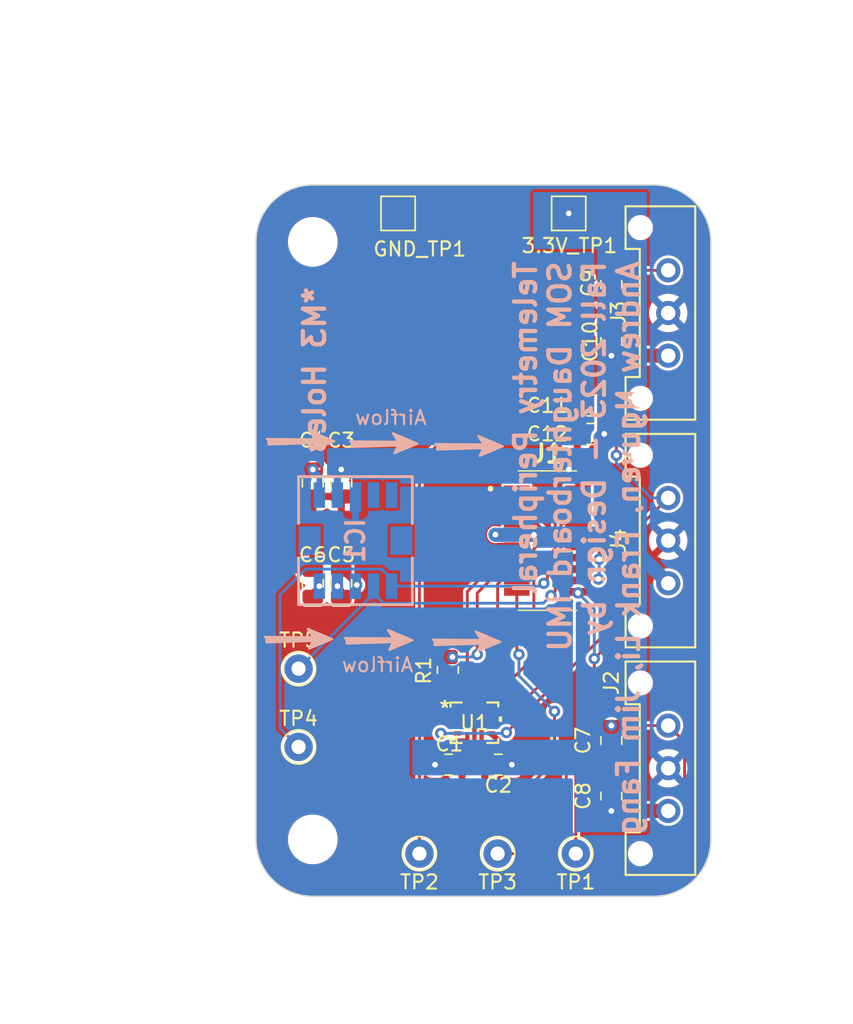
<source format=kicad_pcb>
(kicad_pcb (version 20221018) (generator pcbnew)
  (layers (0 "F.Cu" signal) (31 "B.Cu" signal) (34 "B.Paste" user) (35 "F.Paste" user) (36 "B.SilkS" user "B.Silkscreen") (37 "F.SilkS" user "F.Silkscreen") (38 "B.Mask" user) (39 "F.Mask" user) (44 "Edge.Cuts" user))
  (net 0 "")
  (net 1 "/SPI2_MOSI")
  (net 2 "+3.3V")
  (net 3 "/SPI2_MISO")
  (net 4 "GND")
  (net 5 "/SPI2_SCK")
  (net 6 "/I2C2_SDA")
  (net 7 "/SPI2_NSS")
  (net 8 "/I2C2_SCL")
  (net 9 "VDDA")
  (net 10 "GNDA")
  (net 11 "/SPI1_SCK")
  (net 12 "/I2C1_SCL")
  (net 13 "/SPI1_MISO")
  (net 14 "/I2C1_SDA")
  (net 15 "/SPI1_MOSI")
  (net 16 "+5V")
  (net 17 "/SPI1_NSS")
  (net 18 "GNDPWR")
  (net 25 "Net-(U1-SDO{slash}SA0)")
  (net 26 "Net-(IC1-VREG)")
  (net 27 "Net-(IC1-VCM)")
  (net 28 "Net-(IC1-TP2)")
  (net 29 "Net-(IC1-TP1)")
  (footprint "Capacitor_SMD:C_0805_2012Metric" (layer "F.Cu") (at 171 77 90)
    (fp_text reference "C10" (at 0 -1.5 90) (layer "F.SilkS"))
    (fp_text value "0.1u")
    (fp_line (start -0.261252 -0.735) (end 0.261252 -0.735) (stroke (width 0.12)) (layer "F.SilkS"))
    (fp_line (start -0.261252 0.735) (end 0.261252 0.735) (stroke (width 0.12)) (layer "F.SilkS"))
    (pad "1" smd roundrect (at -0.95 0 90) (size 1 1.45) (layers "F.Cu" "F.Paste" "F.Mask") (net 2 "+3.3V"))
    (pad "2" smd roundrect (at 0.95 0 90) (size 1 1.45) (layers "F.Cu" "F.Paste" "F.Mask") (net 4 "GND"))
  )
  (footprint "Capacitor_SMD:C_0805_2012Metric" (layer "F.Cu") (at 159.55 106.75)
    (fp_text reference "C1" (at 0.05 -1.450301) (layer "F.SilkS"))
    (fp_text value "0.1u")
    (fp_line (start -0.261252 -0.735) (end 0.261252 -0.735) (stroke (width 0.12)) (layer "F.SilkS"))
    (fp_line (start -0.261252 0.735) (end 0.261252 0.735) (stroke (width 0.12)) (layer "F.SilkS"))
    (pad "1" smd roundrect (at -0.95 0) (size 1 1.45) (layers "F.Cu" "F.Paste" "F.Mask") (net 2 "+3.3V"))
    (pad "2" smd roundrect (at 0.95 0) (size 1 1.45) (layers "F.Cu" "F.Paste" "F.Mask") (net 4 "GND"))
  )
  (footprint "Capacitor_SMD:C_0805_2012Metric" (layer "F.Cu") (at 171 108.95 90)
    (fp_text reference "C8" (at 0 -2 90) (layer "F.SilkS"))
    (fp_text value "0.1u")
    (fp_line (start -0.261252 -0.735) (end 0.261252 -0.735) (stroke (width 0.12)) (layer "F.SilkS"))
    (fp_line (start -0.261252 0.735) (end 0.261252 0.735) (stroke (width 0.12)) (layer "F.SilkS"))
    (pad "1" smd roundrect (at -0.95 0 90) (size 1 1.45) (layers "F.Cu" "F.Paste" "F.Mask") (net 2 "+3.3V"))
    (pad "2" smd roundrect (at 0.95 0 90) (size 1 1.45) (layers "F.Cu" "F.Paste" "F.Mask") (net 4 "GND"))
  )
  (footprint "Capacitor_SMD:C_0805_2012Metric" (layer "F.Cu") (at 150 94 90)
    (fp_text reference "C6" (at 2 0 180) (layer "F.SilkS"))
    (fp_text value "1u")
    (fp_line (start -0.261252 -0.735) (end 0.261252 -0.735) (stroke (width 0.12)) (layer "F.SilkS"))
    (fp_line (start -0.261252 0.735) (end 0.261252 0.735) (stroke (width 0.12)) (layer "F.SilkS"))
    (pad "1" smd roundrect (at -0.95 0 90) (size 1 1.45) (layers "F.Cu" "F.Paste" "F.Mask") (net 27 "Net-(IC1-VCM)"))
    (pad "2" smd roundrect (at 0.95 0 90) (size 1 1.45) (layers "F.Cu" "F.Paste" "F.Mask") (net 4 "GND"))
  )
  (footprint "Capacitor_SMD:C_0805_2012Metric" (layer "F.Cu") (at 169.55 83.5 180)
    (fp_text reference "C12" (at 3.05 0 180) (layer "F.SilkS"))
    (fp_text value "0.1u")
    (fp_line (start -0.261252 -0.735) (end 0.261252 -0.735) (stroke (width 0.12)) (layer "F.SilkS"))
    (fp_line (start -0.261252 0.735) (end 0.261252 0.735) (stroke (width 0.12)) (layer "F.SilkS"))
    (pad "1" smd roundrect (at -0.95 0 180) (size 1 1.45) (layers "F.Cu" "F.Paste" "F.Mask") (net 2 "+3.3V"))
    (pad "2" smd roundrect (at 0.95 0 180) (size 1 1.45) (layers "F.Cu" "F.Paste" "F.Mask") (net 4 "GND"))
  )
  (footprint "TestPoint:TestPoint_THTPad_D2.0mm_Drill1.0mm" (layer "F.Cu") (at 149 105.5)
    (fp_text reference "TP4" (at 0 -1.998) (layer "F.SilkS"))
    (fp_text value "TestPoint")
    (fp_circle (center 0 0) (end 0 1.2) (stroke (width 0.12)) (fill none) (layer "F.SilkS"))
    (pad "1" thru_hole circle (at 0 0) (size 2 2) (drill 1) (layers "*.Cu" "*.Mask") (net 6 "/I2C2_SDA"))
  )
  (footprint "UTSVT_Connectors:Molex_53307-2071" (layer "F.Cu") (at 166.5 91 90)
    (fp_text reference "J1" (at 6.1 0 180) (layer "F.SilkS") (effects (font (size 1.27 1.27) (thickness 0.254))))
    (fp_text value "Conn_02x10_Odd_Even" hide)
    (fp_line (start -4.9 -2.05) (end -4.9 2.05) (stroke (width 0.1)) (layer "F.SilkS"))
    (fp_line (start 3.6 -4) (end 3.6 -4) (stroke (width 0.3)) (layer "F.SilkS"))
    (fp_line (start 3.7 -4) (end 3.7 -4) (stroke (width 0.3)) (layer "F.SilkS"))
    (fp_line (start 4.9 -2.05) (end 4.9 2.05) (stroke (width 0.1)) (layer "F.SilkS"))
    (fp_arc (start 3.6 -4) (mid 3.65 -4.05) (end 3.7 -4) (stroke (width 0.3)) (layer "F.SilkS"))
    (fp_arc (start 3.7 -4) (mid 3.65 -3.95) (end 3.6 -4) (stroke (width 0.3)) (layer "F.SilkS"))
    (pad "1" smd rect locked (at 3.6 -2.15 90) (size 0.55 1.8) (layers "F.Cu" "F.Paste" "F.Mask") (net 1 "/SPI2_MOSI"))
    (pad "2" smd rect locked (at 3.6 2.15 90) (size 0.55 1.8) (layers "F.Cu" "F.Paste" "F.Mask") (net 2 "+3.3V"))
    (pad "3" smd rect locked (at 2.8 -2.15 90) (size 0.55 1.8) (layers "F.Cu" "F.Paste" "F.Mask") (net 3 "/SPI2_MISO"))
    (pad "4" smd rect locked (at 2.8 2.15 90) (size 0.55 1.8) (layers "F.Cu" "F.Paste" "F.Mask") (net 4 "GND"))
    (pad "5" smd rect locked (at 2 -2.15 90) (size 0.55 1.8) (layers "F.Cu" "F.Paste" "F.Mask") (net 5 "/SPI2_SCK"))
    (pad "6" smd rect locked (at 2 2.15 90) (size 0.55 1.8) (layers "F.Cu" "F.Paste" "F.Mask") (net 6 "/I2C2_SDA"))
    (pad "7" smd rect locked (at 1.2 -2.15 90) (size 0.55 1.8) (layers "F.Cu" "F.Paste" "F.Mask") (net 7 "/SPI2_NSS"))
    (pad "8" smd rect locked (at 1.2 2.15 90) (size 0.55 1.8) (layers "F.Cu" "F.Paste" "F.Mask") (net 8 "/I2C2_SCL"))
    (pad "9" smd rect locked (at 0.4 -2.15 90) (size 0.55 1.8) (layers "F.Cu" "F.Paste" "F.Mask") (net 2 "+3.3V"))
    (pad "10" smd rect locked (at 0.4 2.15 90) (size 0.55 1.8) (layers "F.Cu" "F.Paste" "F.Mask") (net 9 "VDDA"))
    (pad "11" smd rect locked (at -0.4 -2.15 90) (size 0.55 1.8) (layers "F.Cu" "F.Paste" "F.Mask") (net 4 "GND"))
    (pad "12" smd rect locked (at -0.4 2.15 90) (size 0.55 1.8) (layers "F.Cu" "F.Paste" "F.Mask") (net 10 "GNDA"))
    (pad "13" smd rect locked (at -1.2 -2.15 90) (size 0.55 1.8) (layers "F.Cu" "F.Paste" "F.Mask") (net 11 "/SPI1_SCK"))
    (pad "14" smd rect locked (at -1.2 2.15 90) (size 0.55 1.8) (layers "F.Cu" "F.Paste" "F.Mask") (net 12 "/I2C1_SCL"))
    (pad "15" smd rect locked (at -2 -2.15 90) (size 0.55 1.8) (layers "F.Cu" "F.Paste" "F.Mask") (net 13 "/SPI1_MISO"))
    (pad "16" smd rect locked (at -2 2.15 90) (size 0.55 1.8) (layers "F.Cu" "F.Paste" "F.Mask") (net 14 "/I2C1_SDA"))
    (pad "17" smd rect locked (at -2.8 -2.15 90) (size 0.55 1.8) (layers "F.Cu" "F.Paste" "F.Mask") (net 15 "/SPI1_MOSI"))
    (pad "18" smd rect locked (at -2.8 2.15 90) (size 0.55 1.8) (layers "F.Cu" "F.Paste" "F.Mask") (net 16 "+5V"))
    (pad "19" smd rect locked (at -3.6 -2.15 90) (size 0.55 1.8) (layers "F.Cu" "F.Paste" "F.Mask") (net 17 "/SPI1_NSS"))
    (pad "20" smd rect locked (at -3.6 2.15 90) (size 0.55 1.8) (layers "F.Cu" "F.Paste" "F.Mask") (net 18 "GNDPWR"))
  )
  (footprint "UTSVT_Connectors:Molex_MicroFit3.0_1x3xP3.00mm_PolarizingPeg_Vertical" (layer "F.Cu") (at 175 94 90)
    (fp_text reference "J4" (at 3 -3.5 90) (layer "F.SilkS"))
    (fp_text value "Conn_01x03_Pin")
    (fp_line (start -4.5 -3) (end -1.5 -3) (stroke (width 0.15)) (layer "F.SilkS"))
    (fp_line (start -4.5 1.9) (end -4.5 -3) (stroke (width 0.15)) (layer "F.SilkS"))
    (fp_line (start -1.5 -3) (end -1.5 -2) (stroke (width 0.15)) (layer "F.SilkS"))
    (fp_line (start -1.5 -2) (end 7.5 -2) (stroke (width 0.15)) (layer "F.SilkS"))
    (fp_line (start 7.5 -3) (end 10.5 -3) (stroke (width 0.15)) (layer "F.SilkS"))
    (fp_line (start 7.5 -2) (end 7.5 -3) (stroke (width 0.15)) (layer "F.SilkS"))
    (fp_line (start 10.5 -3) (end 10.5 1.9) (stroke (width 0.15)) (layer "F.SilkS"))
    (fp_line (start 10.5 1.9) (end -4.5 1.9) (stroke (width 0.15)) (layer "F.SilkS"))
    (pad "" np_thru_hole circle (at -3 -1.96 90) (size 1.27 1.27) (drill 1.27) (layers "*.Cu" "*.Mask"))
    (pad "" np_thru_hole circle (at 9 -1.96 90) (size 1.27 1.27) (drill 1.27) (layers "*.Cu" "*.Mask"))
    (pad "1" thru_hole circle (at 0 0 90) (size 1.7 1.7) (drill 1.02) (layers "*.Cu" "*.Mask") (net 2 "+3.3V"))
    (pad "2" thru_hole circle (at 3 0 90) (size 1.7 1.7) (drill 1.02) (layers "*.Cu" "*.Mask") (net 4 "GND"))
    (pad "3" thru_hole circle (at 6 0 90) (size 1.7 1.7) (drill 1.02) (layers "*.Cu" "*.Mask") (net 18 "GNDPWR"))
  )
  (footprint "Capacitor_SMD:C_0805_2012Metric" (layer "F.Cu") (at 169.55 81.5 180)
    (fp_text reference "C11" (at 3.05 0) (layer "F.SilkS"))
    (fp_text value "10n")
    (fp_line (start -0.261252 -0.735) (end 0.261252 -0.735) (stroke (width 0.12)) (layer "F.SilkS"))
    (fp_line (start -0.261252 0.735) (end 0.261252 0.735) (stroke (width 0.12)) (layer "F.SilkS"))
    (pad "1" smd roundrect (at -0.95 0 180) (size 1 1.45) (layers "F.Cu" "F.Paste" "F.Mask") (net 18 "GNDPWR"))
    (pad "2" smd roundrect (at 0.95 0 180) (size 1 1.45) (layers "F.Cu" "F.Paste" "F.Mask") (net 4 "GND"))
  )
  (footprint "Capacitor_SMD:C_0805_2012Metric" (layer "F.Cu") (at 152 94 -90)
    (fp_text reference "C5" (at -2 0 -180) (layer "F.SilkS"))
    (fp_text value "0.1u")
    (fp_line (start -0.261252 -0.735) (end 0.261252 -0.735) (stroke (width 0.12)) (layer "F.SilkS"))
    (fp_line (start -0.261252 0.735) (end 0.261252 0.735) (stroke (width 0.12)) (layer "F.SilkS"))
    (pad "1" smd roundrect (at -0.95 0 270) (size 1 1.45) (layers "F.Cu" "F.Paste" "F.Mask") (net 29 "Net-(IC1-TP1)"))
    (pad "2" smd roundrect (at 0.95 0 270) (size 1 1.45) (layers "F.Cu" "F.Paste" "F.Mask") (net 28 "Net-(IC1-TP2)"))
  )
  (footprint "UTSVT_Connectors:Molex_MicroFit3.0_1x3xP3.00mm_PolarizingPeg_Vertical" (layer "F.Cu") (at 175 78 90)
    (fp_text reference "J3" (at 3 -3.5 90) (layer "F.SilkS"))
    (fp_text value "Conn_01x03_Pin")
    (fp_line (start -4.5 -3) (end -1.5 -3) (stroke (width 0.15)) (layer "F.SilkS"))
    (fp_line (start -4.5 1.9) (end -4.5 -3) (stroke (width 0.15)) (layer "F.SilkS"))
    (fp_line (start -1.5 -3) (end -1.5 -2) (stroke (width 0.15)) (layer "F.SilkS"))
    (fp_line (start -1.5 -2) (end 7.5 -2) (stroke (width 0.15)) (layer "F.SilkS"))
    (fp_line (start 7.5 -3) (end 10.5 -3) (stroke (width 0.15)) (layer "F.SilkS"))
    (fp_line (start 7.5 -2) (end 7.5 -3) (stroke (width 0.15)) (layer "F.SilkS"))
    (fp_line (start 10.5 -3) (end 10.5 1.9) (stroke (width 0.15)) (layer "F.SilkS"))
    (fp_line (start 10.5 1.9) (end -4.5 1.9) (stroke (width 0.15)) (layer "F.SilkS"))
    (pad "" np_thru_hole circle (at -3 -1.96 90) (size 1.27 1.27) (drill 1.27) (layers "*.Cu" "*.Mask"))
    (pad "" np_thru_hole circle (at 9 -1.96 90) (size 1.27 1.27) (drill 1.27) (layers "*.Cu" "*.Mask"))
    (pad "1" thru_hole circle (at 0 0 90) (size 1.7 1.7) (drill 1.02) (layers "*.Cu" "*.Mask") (net 2 "+3.3V"))
    (pad "2" thru_hole circle (at 3 0 90) (size 1.7 1.7) (drill 1.02) (layers "*.Cu" "*.Mask") (net 4 "GND"))
    (pad "3" thru_hole circle (at 6 0 90) (size 1.7 1.7) (drill 1.02) (layers "*.Cu" "*.Mask") (net 16 "+5V"))
  )
  (footprint "TestPoint:TestPoint_THTPad_D2.0mm_Drill1.0mm" (layer "F.Cu") (at 168.5 113)
    (fp_text reference "TP1" (at 0 2) (layer "F.SilkS"))
    (fp_text value "TestPoint")
    (fp_circle (center 0 0) (end 0 1.2) (stroke (width 0.12)) (fill none) (layer "F.SilkS"))
    (pad "1" thru_hole circle (at 0 0) (size 2 2) (drill 1) (layers "*.Cu" "*.Mask") (net 17 "/SPI1_NSS"))
  )
  (footprint "Capacitor_SMD:C_0805_2012Metric" (layer "F.Cu") (at 150 86.95 -90)
    (fp_text reference "C4" (at -3 0 -180) (layer "F.SilkS"))
    (fp_text value "0.1u")
    (fp_line (start -0.261252 -0.735) (end 0.261252 -0.735) (stroke (width 0.12)) (layer "F.SilkS"))
    (fp_line (start -0.261252 0.735) (end 0.261252 0.735) (stroke (width 0.12)) (layer "F.SilkS"))
    (pad "1" smd roundrect (at -0.95 0 270) (size 1 1.45) (layers "F.Cu" "F.Paste" "F.Mask") (net 26 "Net-(IC1-VREG)"))
    (pad "2" smd roundrect (at 0.95 0 270) (size 1 1.45) (layers "F.Cu" "F.Paste" "F.Mask") (net 4 "GND"))
  )
  (footprint "Capacitor_SMD:C_0805_2012Metric" (layer "F.Cu") (at 152 86.95 -90)
    (fp_text reference "C3" (at -3 0 -180) (layer "F.SilkS"))
    (fp_text value "0.1u")
    (fp_line (start -0.261252 -0.735) (end 0.261252 -0.735) (stroke (width 0.12)) (layer "F.SilkS"))
    (fp_line (start -0.261252 0.735) (end 0.261252 0.735) (stroke (width 0.12)) (layer "F.SilkS"))
    (pad "1" smd roundrect (at -0.95 0 270) (size 1 1.45) (layers "F.Cu" "F.Paste" "F.Mask") (net 2 "+3.3V"))
    (pad "2" smd roundrect (at 0.95 0 270) (size 1 1.45) (layers "F.Cu" "F.Paste" "F.Mask") (net 4 "GND"))
  )
  (footprint "TestPoint:TestPoint_Pad_2.0x2.0mm" (layer "F.Cu") (at 168 68)
    (fp_text reference "3.3V_TP1" (at 0.05 2.27) (layer "F.SilkS"))
    (fp_text value "TestPoint")
    (fp_line (start -1.2 -1.2) (end 1.2 -1.2) (stroke (width 0.12)) (layer "F.SilkS"))
    (fp_line (start -1.2 1.2) (end -1.2 -1.2) (stroke (width 0.12)) (layer "F.SilkS"))
    (fp_line (start 1.2 -1.2) (end 1.2 1.2) (stroke (width 0.12)) (layer "F.SilkS"))
    (fp_line (start 1.2 1.2) (end -1.2 1.2) (stroke (width 0.12)) (layer "F.SilkS"))
    (pad "1" smd rect (at 0 0) (size 2 2) (layers "F.Cu" "F.Mask") (net 2 "+3.3V"))
  )
  (footprint "TestPoint:TestPoint_THTPad_D2.0mm_Drill1.0mm" (layer "F.Cu") (at 157.5 113)
    (fp_text reference "TP2" (at 0 2) (layer "F.SilkS"))
    (fp_text value "TestPoint")
    (fp_circle (center 0 0) (end 0 1.2) (stroke (width 0.12)) (fill none) (layer "F.SilkS"))
    (pad "1" thru_hole circle (at 0 0) (size 2 2) (drill 1) (layers "*.Cu" "*.Mask") (net 16 "+5V"))
  )
  (footprint "Resistor_SMD:R_0805_2012Metric" (layer "F.Cu") (at 159.5 100.0875 -90)
    (fp_text reference "R1" (at 0.05 1.7 90) (layer "F.SilkS"))
    (fp_text value "50")
    (fp_line (start -0.227064 -0.735) (end 0.227064 -0.735) (stroke (width 0.12)) (layer "F.SilkS"))
    (fp_line (start -0.227064 0.735) (end 0.227064 0.735) (stroke (width 0.12)) (layer "F.SilkS"))
    (pad "1" smd roundrect (at -0.9125 0 270) (size 1.025 1.4) (layers "F.Cu" "F.Paste" "F.Mask") (roundrect_rratio 0.243902) (net 13 "/SPI1_MISO"))
    (pad "2" smd roundrect (at 0.9125 0 270) (size 1.025 1.4) (layers "F.Cu" "F.Paste" "F.Mask") (roundrect_rratio 0.243902) (net 25 "Net-(U1-SDO{slash}SA0)"))
  )
  (footprint "Capacitor_SMD:C_0805_2012Metric" (layer "F.Cu") (at 171 105.05 -90)
    (fp_text reference "C7" (at 0 2 90) (layer "F.SilkS"))
    (fp_text value "10n")
    (fp_line (start -0.261252 -0.735) (end 0.261252 -0.735) (stroke (width 0.12)) (layer "F.SilkS"))
    (fp_line (start -0.261252 0.735) (end 0.261252 0.735) (stroke (width 0.12)) (layer "F.SilkS"))
    (pad "1" smd roundrect (at -0.95 0 270) (size 1 1.45) (layers "F.Cu" "F.Paste" "F.Mask") (net 17 "/SPI1_NSS"))
    (pad "2" smd roundrect (at 0.95 0 270) (size 1 1.45) (layers "F.Cu" "F.Paste" "F.Mask") (net 4 "GND"))
  )
  (footprint "UTSVT_Special:LGA14-L_2P59X3P1X0P5_STM" (layer "F.Cu") (at 161.3686 103.799699)
    (fp_text reference "U1" (at 0 0 unlocked) (layer "F.SilkS"))
    (fp_text value "LSM6DSV")
    (fp_text user "*" (at -2.0828 -1) (layer "F.SilkS"))
    (fp_text user "*" (at -2.0828 -1 unlocked) (layer "F.SilkS"))
    (fp_line (start -1.6764 -1.4224) (end -1.6764 -1.144182) (stroke (width 0.1524)) (layer "F.SilkS"))
    (fp_line (start -1.6764 1.144182) (end -1.6764 1.4224) (stroke (width 0.1524)) (layer "F.SilkS"))
    (fp_line (start -1.6764 1.4224) (end -0.89418 1.4224) (stroke (width 0.1524)) (layer "F.SilkS"))
    (fp_line (start -0.89418 -1.4224) (end -1.6764 -1.4224) (stroke (width 0.1524)) (layer "F.SilkS"))
    (fp_line (start 0.89418 1.4224) (end 1.6764 1.4224) (stroke (width 0.1524)) (layer "F.SilkS"))
    (fp_line (start 1.6764 -1.4224) (end 0.89418 -1.4224) (stroke (width 0.1524)) (layer "F.SilkS"))
    (fp_line (start 1.6764 -1.144182) (end 1.6764 -1.4224) (stroke (width 0.1524)) (layer "F.SilkS"))
    (fp_line (start 1.6764 1.4224) (end 1.6764 1.144182) (stroke (width 0.1524)) (layer "F.SilkS"))
    (fp_poly (pts (xy 1.9558 -0.4405) (xy 1.9558 -0.059499) (xy 1.7018 -0.059499) (xy 1.7018 -0.4405)) (fill solid) (layer "F.SilkS"))
    (pad "1" smd rect (at -1.1811 -0.750001 90) (size 0.3048 0.5334) (layers "F.Cu" "F.Paste" "F.Mask") (net 25 "Net-(U1-SDO{slash}SA0)"))
    (pad "2" smd rect (at -1.1811 -0.25 90) (size 0.3048 0.5334) (layers "F.Cu" "F.Paste" "F.Mask") (net 4 "GND"))
    (pad "3" smd rect (at -1.1811 0.25 90) (size 0.3048 0.5334) (layers "F.Cu" "F.Paste" "F.Mask") (net 4 "GND"))
    (pad "4" smd rect (at -1.1811 0.750001 90) (size 0.3048 0.5334) (layers "F.Cu" "F.Paste" "F.Mask") (net 14 "/I2C1_SDA"))
    (pad "5" smd rect (at -0.499999 0.9271) (size 0.3048 0.5334) (layers "F.Cu" "F.Paste" "F.Mask") (net 2 "+3.3V"))
    (pad "6" smd rect (at 0 0.9271) (size 0.3048 0.5334) (layers "F.Cu" "F.Paste" "F.Mask") (net 4 "GND"))
    (pad "7" smd rect (at 0.499999 0.9271) (size 0.3048 0.5334) (layers "F.Cu" "F.Paste" "F.Mask") (net 4 "GND"))
    (pad "8" smd rect (at 1.1811 0.750001 90) (size 0.3048 0.5334) (layers "F.Cu" "F.Paste" "F.Mask") (net 2 "+3.3V"))
    (pad "9" smd rect (at 1.1811 0.25 90) (size 0.3048 0.5334) (layers "F.Cu" "F.Paste" "F.Mask") (net 12 "/I2C1_SCL"))
    (pad "10" smd rect (at 1.1811 -0.25 90) (size 0.3048 0.5334) (layers "F.Cu" "F.Paste" "F.Mask"))
    (pad "11" smd rect (at 1.1811 -0.750001 90) (size 0.3048 0.5334) (layers "F.Cu" "F.Paste" "F.Mask"))
    (pad "12" smd rect (at 0.499999 -0.9271) (size 0.3048 0.5334) (layers "F.Cu" "F.Paste" "F.Mask") (net 7 "/SPI2_NSS"))
    (pad "13" smd rect (at 0 -0.9271) (size 0.3048 0.5334) (layers "F.Cu" "F.Paste" "F.Mask") (net 15 "/SPI1_MOSI"))
    (pad "14" smd rect (at -0.499999 -0.9271) (size 0.3048 0.5334) (layers "F.Cu" "F.Paste" "F.Mask") (net 11 "/SPI1_SCK"))
  )
  (footprint "Capacitor_SMD:C_0805_2012Metric" (layer "F.Cu") (at 171 73 -90)
    (fp_text reference "C9" (at -0.1 1.6 90) (layer "F.SilkS"))
    (fp_text value "10n")
    (fp_line (start -0.261252 -0.735) (end 0.261252 -0.735) (stroke (width 0.12)) (layer "F.SilkS"))
    (fp_line (start -0.261252 0.735) (end 0.261252 0.735) (stroke (width 0.12)) (layer "F.SilkS"))
    (pad "1" smd roundrect (at -0.95 0 270) (size 1 1.45) (layers "F.Cu" "F.Paste" "F.Mask") (net 16 "+5V"))
    (pad "2" smd roundrect (at 0.95 0 270) (size 1 1.45) (layers "F.Cu" "F.Paste" "F.Mask") (net 4 "GND"))
  )
  (footprint "TestPoint:TestPoint_THTPad_D2.0mm_Drill1.0mm" (layer "F.Cu") (at 163 113)
    (fp_text reference "TP3" (at 0 2) (layer "F.SilkS"))
    (fp_text value "TestPoint")
    (fp_circle (center 0 0) (end 0 1.2) (stroke (width 0.12)) (fill none) (layer "F.SilkS"))
    (pad "1" thru_hole circle (at 0 0) (size 2 2) (drill 1) (layers "*.Cu" "*.Mask") (net 18 "GNDPWR"))
  )
  (footprint "MountingHole:MountingHole_3mm" (layer "F.Cu") (at 150 112)
    (fp_text reference "MH2" hide)
    (fp_text value "M.3")
    (pad "" np_thru_hole circle locked (at 0 0) (size 3 3) (drill 3) (layers "*.Cu" "*.Mask"))
  )
  (footprint "Capacitor_SMD:C_0805_2012Metric" (layer "F.Cu") (at 163.05 106.75 180)
    (fp_text reference "C2" (at 0 -1.450301 180) (layer "F.SilkS"))
    (fp_text value "0.1u")
    (fp_line (start -0.261252 -0.735) (end 0.261252 -0.735) (stroke (width 0.12)) (layer "F.SilkS"))
    (fp_line (start -0.261252 0.735) (end 0.261252 0.735) (stroke (width 0.12)) (layer "F.SilkS"))
    (pad "1" smd roundrect (at -0.95 0 180) (size 1 1.45) (layers "F.Cu" "F.Paste" "F.Mask") (net 2 "+3.3V"))
    (pad "2" smd roundrect (at 0.95 0 180) (size 1 1.45) (layers "F.Cu" "F.Paste" "F.Mask") (net 4 "GND"))
  )
  (footprint "TestPoint:TestPoint_THTPad_D2.0mm_Drill1.0mm" (layer "F.Cu") (at 149 100)
    (fp_text reference "TP5" (at 0 -1.998) (layer "F.SilkS"))
    (fp_text value "TestPoint")
    (fp_circle (center 0 0) (end 0 1.2) (stroke (width 0.12)) (fill none) (layer "F.SilkS"))
    (pad "1" thru_hole circle (at 0 0) (size 2 2) (drill 1) (layers "*.Cu" "*.Mask") (net 8 "/I2C2_SCL"))
  )
  (footprint "MountingHole:MountingHole_3mm" (layer "F.Cu") (at 150 70)
    (fp_text reference "MH1" hide)
    (fp_text value "M.3")
    (pad "" np_thru_hole circle locked (at 0 0) (size 3 3) (drill 3) (layers "*.Cu" "*.Mask"))
  )
  (footprint "TestPoint:TestPoint_Pad_2.0x2.0mm" (layer "F.Cu") (at 156 68)
    (fp_text reference "GND_TP1" (at 1.52 2.51) (layer "F.SilkS"))
    (fp_text value "TestPoint")
    (fp_line (start -1.2 -1.2) (end 1.2 -1.2) (stroke (width 0.12)) (layer "F.SilkS"))
    (fp_line (start -1.2 1.2) (end -1.2 -1.2) (stroke (width 0.12)) (layer "F.SilkS"))
    (fp_line (start 1.2 -1.2) (end 1.2 1.2) (stroke (width 0.12)) (layer "F.SilkS"))
    (fp_line (start 1.2 1.2) (end -1.2 1.2) (stroke (width 0.12)) (layer "F.SilkS"))
    (pad "1" smd rect (at 0 0) (size 2 2) (layers "F.Cu" "F.Mask") (net 4 "GND"))
  )
  (footprint "UTSVT_Connectors:Molex_MicroFit3.0_1x3xP3.00mm_PolarizingPeg_Vertical" (layer "F.Cu") (at 175 110 90)
    (fp_text reference "J2" (at 9 -4 90) (layer "F.SilkS"))
    (fp_text value "Conn_01x03_Pin")
    (fp_line (start -4.5 -3) (end -1.5 -3) (stroke (width 0.15)) (layer "F.SilkS"))
    (fp_line (start -4.5 1.9) (end -4.5 -3) (stroke (width 0.15)) (layer "F.SilkS"))
    (fp_line (start -1.5 -3) (end -1.5 -2) (stroke (width 0.15)) (layer "F.SilkS"))
    (fp_line (start -1.5 -2) (end 7.5 -2) (stroke (width 0.15)) (layer "F.SilkS"))
    (fp_line (start 7.5 -3) (end 10.5 -3) (stroke (width 0.15)) (layer "F.SilkS"))
    (fp_line (start 7.5 -2) (end 7.5 -3) (stroke (width 0.15)) (layer "F.SilkS"))
    (fp_line (start 10.5 -3) (end 10.5 1.9) (stroke (width 0.15)) (layer "F.SilkS"))
    (fp_line (start 10.5 1.9) (end -4.5 1.9) (stroke (width 0.15)) (layer "F.SilkS"))
    (pad "" np_thru_hole circle (at -3 -1.96 90) (size 1.27 1.27) (drill 1.27) (layers "*.Cu" "*.Mask"))
    (pad "" np_thru_hole circle (at 9 -1.96 90) (size 1.27 1.27) (drill 1.27) (layers "*.Cu" "*.Mask"))
    (pad "1" thru_hole circle (at 0 0 90) (size 1.7 1.7) (drill 1.02) (layers "*.Cu" "*.Mask") (net 2 "+3.3V"))
    (pad "2" thru_hole circle (at 3 0 90) (size 1.7 1.7) (drill 1.02) (layers "*.Cu" "*.Mask") (net 4 "GND"))
    (pad "3" thru_hole circle (at 6 0 90) (size 1.7 1.7) (drill 1.02) (layers "*.Cu" "*.Mask") (net 17 "/SPI1_NSS"))
  )
  (footprint "UTSVT_Special:FS30001015" (layer "B.Cu") (at 153 91 -90)
    (fp_text reference "IC1" (at 0 0 90) (layer "B.SilkS") (effects (font (size 1.27 1.27) (thickness 0.254)) (justify mirror)))
    (fp_text value "FS3000-1015" hide)
    (fp_line (start -5.1 2.54) (end -5.1 2.54) (stroke (width 0.1)) (layer "B.SilkS"))
    (fp_line (start -5 2.54) (end -5 2.54) (stroke (width 0.1)) (layer "B.SilkS"))
    (fp_line (start -4.5 -4) (end -1.2 -4) (stroke (width 0.2)) (layer "B.SilkS"))
    (fp_line (start -4.5 4) (end -4.5 -4) (stroke (width 0.2)) (layer "B.SilkS"))
    (fp_line (start -1.2 4) (end -4.5 4) (stroke (width 0.2)) (layer "B.SilkS"))
    (fp_line (start 1.2 -4) (end 4.5 -4) (stroke (width 0.2)) (layer "B.SilkS"))
    (fp_line (start 4.5 -4) (end 4.5 4) (stroke (width 0.2)) (layer "B.SilkS"))
    (fp_line (start 4.5 4) (end 1.2 4) (stroke (width 0.2)) (layer "B.SilkS"))
    (fp_arc (start -5.1 2.54) (mid -5.05 2.49) (end -5 2.54) (stroke (width 0.1)) (layer "B.SilkS"))
    (fp_arc (start -5 2.54) (mid -5.05 2.59) (end -5.1 2.54) (stroke (width 0.1)) (layer "B.SilkS"))
    (pad "1" smd rect (at -3.2 2.54 180) (size 0.8 1.8) (layers "B.Cu" "B.Paste" "B.Mask") (net 26 "Net-(IC1-VREG)"))
    (pad "2" smd rect (at -3.2 1.27 180) (size 0.8 1.8) (layers "B.Cu" "B.Paste" "B.Mask") (net 2 "+3.3V"))
    (pad "3" smd rect (at -3.05 0 180) (size 0.8 2.1) (layers "B.Cu" "B.Paste" "B.Mask") (net 4 "GND"))
    (pad "4" smd rect (at -3.2 -1.27 180) (size 0.8 1.8) (layers "B.Cu" "B.Paste" "B.Mask"))
    (pad "5" smd rect (at -3.2 -2.54 180) (size 0.8 1.8) (layers "B.Cu" "B.Paste" "B.Mask"))
    (pad "6" smd rect (at 3.2 -2.54 180) (size 0.8 1.8) (layers "B.Cu" "B.Paste" "B.Mask") (net 6 "/I2C2_SDA"))
    (pad "7" smd rect (at 3.2 -1.27 180) (size 0.8 1.8) (layers "B.Cu" "B.Paste" "B.Mask") (net 8 "/I2C2_SCL"))
    (pad "8" smd rect (at 3.2 0 180) (size 0.8 1.8) (layers "B.Cu" "B.Paste" "B.Mask") (net 29 "Net-(IC1-TP1)"))
    (pad "9" smd rect (at 3.2 1.27 180) (size 0.8 1.8) (layers "B.Cu" "B.Paste" "B.Mask") (net 28 "Net-(IC1-TP2)"))
    (pad "10" smd rect (at 3.2 2.54 180) (size 0.8 1.8) (layers "B.Cu" "B.Paste" "B.Mask") (net 27 "Net-(IC1-VCM)"))
    (pad "MP1" smd rect (at 0 3.225 180) (size 1.55 2) (layers "B.Cu" "B.Paste" "B.Mask"))
    (pad "MP2" smd rect (at 0 -3.225 180) (size 1.55 2) (layers "B.Cu" "B.Paste" "B.Mask"))
  )
  (gr_poly (pts (xy 152.262937 97.844552) (xy 155.662937 97.874552) (xy 155.282937 97.274552) (xy 157.002937 98.004552) (xy 155.382937 98.674552) (xy 155.642937 98.134552) (xy 152.392937 98.234552) (xy 152.362937 97.874552) (xy 152.272937 97.854552)) (stroke (width 0.15)) (fill solid) (layer "B.SilkS"))
  (gr_poly (pts (xy 158.62 84.21) (xy 162.02 84.24) (xy 161.64 83.64) (xy 163.36 84.37) (xy 161.74 85.04) (xy 162 84.5) (xy 158.75 84.6) (xy 158.72 84.24) (xy 158.63 84.22)) (stroke (width 0.15)) (fill solid) (layer "B.SilkS"))
  (gr_poly (pts (xy 146.62 97.764552) (xy 150.02 97.794552) (xy 149.64 97.194552) (xy 151.36 97.924552) (xy 149.74 98.594552) (xy 150 98.054552) (xy 146.75 98.154552) (xy 146.72 97.794552) (xy 146.63 97.774552)) (stroke (width 0.15)) (fill solid) (layer "B.SilkS"))
  (gr_poly (pts (xy 146.76 83.854505) (xy 150.16 83.884505) (xy 149.78 83.284505) (xy 151.5 84.014505) (xy 149.88 84.684505) (xy 150.14 84.144505) (xy 146.89 84.244505) (xy 146.86 83.884505) (xy 146.77 83.864505)) (stroke (width 0.15)) (fill solid) (layer "B.SilkS"))
  (gr_poly (pts (xy 152.62 84.024552) (xy 156.02 84.054552) (xy 155.64 83.454552) (xy 157.36 84.184552) (xy 155.74 84.854552) (xy 156 84.314552) (xy 152.75 84.414552) (xy 152.72 84.054552) (xy 152.63 84.034552)) (stroke (width 0.15)) (fill solid) (layer "B.SilkS"))
  (gr_poly (pts (xy 158.442937 97.954552) (xy 161.842937 97.984552) (xy 161.462937 97.384552) (xy 163.182937 98.114552) (xy 161.562937 98.784552) (xy 161.822937 98.244552) (xy 158.572937 98.344552) (xy 158.542937 97.984552) (xy 158.452937 97.964552)) (stroke (width 0.15)) (fill solid) (layer "B.SilkS"))
  (gr_arc (start 150 116) (mid 147.171573 114.828427) (end 146 112) (stroke (width 0.1)) (layer "Edge.Cuts"))
  (gr_arc (start 178 112) (mid 176.828427 114.828427) (end 174 116) (stroke (width 0.1)) (layer "Edge.Cuts"))
  (gr_arc (start 174 66) (mid 176.828427 67.171573) (end 178 70) (stroke (width 0.1)) (layer "Edge.Cuts"))
  (gr_arc (start 146 70) (mid 147.171573 67.171573) (end 150 66) (stroke (width 0.1)) (layer "Edge.Cuts"))
  (gr_line (start 146 112) (end 146 70) (stroke (width 0.1)) (layer "Edge.Cuts"))
  (gr_line (start 150 66) (end 174 66) (stroke (width 0.1)) (layer "Edge.Cuts"))
  (gr_line (start 178 70) (end 178 112) (stroke (width 0.1)) (layer "Edge.Cuts"))
  (gr_line (start 174 116) (end 150 116) (stroke (width 0.1)) (layer "Edge.Cuts"))
  (gr_text "*M3 Holes" (at 151 73 90) (layer "B.SilkS") (effects (font (size 1.5 1.5) (thickness 0.3) bold) (justify left bottom mirror)))
  (gr_text "Airflow" (at 157.15 100.32) (layer "B.SilkS") (effects (font (size 1 1)) (justify left bottom mirror)))
  (gr_text "Telemetry Peripheral\nSOM Daughterboard IMU\nFall 2023 - Design by\nAndrew Nguyen, Frank Li, Jim Fang" (at 173.09 71.21 90) (layer "B.SilkS") (effects (font (size 1.5 1.5) (thickness 0.3) bold) (justify left bottom mirror)))
  (gr_text "Airflow" (at 158.09 82.94) (layer "B.SilkS") (effects (font (size 1 1)) (justify left bottom mirror)))
  (segment (start 171 77.95) (end 171 77.95) (width 1) (layer "F.Cu") (net 2))
  (segment (start 175 78) (end 171.05 78) (width 1) (layer "F.Cu") (net 2))
  (segment (start 171.05 78) (end 171.05 78) (width 1) (layer "F.Cu") (net 2))
  (segment (start 164.35 90.6) (end 165.545689 90.6) (width 0.4) (layer "F.Cu") (net 2))
  (segment (start 165.545689 90.6) (end 165.553959 90.59173) (width 0.4) (layer "F.Cu") (net 2))
  (segment (start 171 110) (end 171 109.9) (width 1) (layer "F.Cu") (net 2))
  (segment (start 164.32664 90.57664) (end 164.35 90.6) (width 0.4) (layer "F.Cu") (net 2))
  (segment (start 171.05 78) (end 171 78) (width 1) (layer "F.Cu") (net 2))
  (segment (start 171 78) (end 171 77.95) (width 1) (layer "F.Cu") (net 2))
  (segment (start 160.868601 104.726799) (end 160.868601 104.887699) (width 0.2) (layer "F.Cu") (net 2))
  (segment (start 171 109.9) (end 171 109.9) (width 1) (layer "F.Cu") (net 2))
  (segment (start 164 106) (end 162.602099 104.602099) (width 0.4) (layer "F.Cu") (net 2))
  (segment (start 160.7542 105.0021) (end 160.25 105.0021) (width 0.2) (layer "F.Cu") (net 2))
  (segment (start 168 86) (end 168.65 86.65) (width 0.4) (layer "F.Cu") (net 2))
  (segment (start 162.602099 104.602099) (end 162.5497 104.602099) (width 0.4) (layer "F.Cu") (net 2))
  (segment (start 171.1 110) (end 171 110) (width 1) (layer "F.Cu") (net 2))
  (segment (start 164 106.549699) (end 164 106.75) (width 0.4) (layer "F.Cu") (net 2))
  (segment (start 175 110) (end 171.1 110) (width 1) (layer "F.Cu") (net 2))
  (segment (start 160.868601 104.887699) (end 160.7542 105.0021) (width 0.2) (layer "F.Cu") (net 2))
  (segment (start 168.65 86.65) (end 168.65 87.4) (width 0.4) (layer "F.Cu") (net 2))
  (segment (start 164 106.75) (end 164 106) (width 0.4) (layer "F.Cu") (net 2))
  (segment (start 171.1 110) (end 171.1 110) (width 1) (layer "F.Cu") (net 2))
  (segment (start 162.84679 90.57664) (end 164.32664 90.57664) (width 0.4) (layer "F.Cu") (net 2))
  (via (at 171 78) (size 0.8) (drill 0.4) (layers "F.Cu" "B.Cu") (net 2))
  (via (at 164 106.75) (size 0.8) (drill 0.4) (layers "F.Cu" "B.Cu") (net 2))
  (via (at 165.553959 90.59173) (size 0.8) (drill 0.4) (layers "F.Cu" "B.Cu") (net 2))
  (via (at 168 68) (size 0.8) (drill 0.4) (layers "F.Cu" "B.Cu") (net 2))
  (via (at 162.84679 90.57664) (size 0.8) (drill 0.4) (layers "F.Cu" "B.Cu") (net 2))
  (via (at 168 86) (size 0.8) (drill 0.4) (layers "F.Cu" "B.Cu") (net 2))
  (via (at 171 110) (size 0.8) (drill 0.4) (layers "F.Cu" "B.Cu") (net 2))
  (via (at 152 86) (size 0.8) (drill 0.4) (layers "F.Cu" "B.Cu") (net 2))
  (via (at 170.5 83.5) (size 0.8) (drill 0.4) (layers "F.Cu" "B.Cu") (net 2))
  (via (at 158.6 106.75) (size 0.8) (drill 0.4) (layers "F.Cu" "B.Cu") (net 2))
  (segment (start 175 94) (end 170.2555 89.2555) (width 1) (layer "B.Cu") (net 2))
  (segment (start 170.2555 89.2555) (end 170.2555 86) (width 1) (layer "B.Cu") (net 2))
  (segment (start 170.2555 83.7445) (end 170.5 83.5) (width 1) (layer "B.Cu") (net 2))
  (segment (start 152 86) (end 151.73 86.27) (width 0.4) (layer "B.Cu") (net 2))
  (segment (start 162.86188 90.59173) (end 162.84679 90.57664) (width 1) (layer "B.Cu") (net 2))
  (segment (start 151.73 86.27) (end 151.73 87.8) (width 0.4) (layer "B.Cu") (net 2))
  (segment (start 165.553959 90.59173) (end 162.86188 90.59173) (width 1) (layer "B.Cu") (net 2))
  (segment (start 170.2555 86) (end 170.2555 83.7445) (width 1) (layer "B.Cu") (net 2))
  (segment (start 160.5 106.549699) (end 160.5 106.5) (width 0.4) (layer "F.Cu") (net 4))
  (segment (start 167.05 91.568628) (end 167.05 89.625) (width 0.2) (layer "F.Cu") (net 6))
  (segment (start 166.5 92.118628) (end 167.05 91.568628) (width 0.2) (layer "F.Cu") (net 6))
  (segment (start 167.05 89.625) (end 167.675 89) (width 0.2) (layer "F.Cu") (net 6))
  (segment (start 167.675 89) (end 168.65 89) (width 0.2) (layer "F.Cu") (net 6))
  (segment (start 166.5 93.7495) (end 166.5 92.118628) (width 0.2) (layer "F.Cu") (net 6))
  (segment (start 166.2495 94) (end 166.5 93.7495) (width 0.2) (layer "F.Cu") (net 6))
  (via (at 166.2495 94) (size 0.8) (drill 0.4) (layers "F.Cu" "B.Cu") (net 6))
  (segment (start 149.5 93) (end 154.84 93) (width 0.2) (layer "B.Cu") (net 6))
  (segment (start 166.0495 94.2) (end 166.2495 94) (width 0.2) (layer "B.Cu") (net 6))
  (segment (start 147.7 94.8) (end 149.5 93) (width 0.2) (layer "B.Cu") (net 6))
  (segment (start 154.84 93) (end 155.54 93.7) (width 0.2) (layer "B.Cu") (net 6))
  (segment (start 155.54 94.2) (end 166.0495 94.2) (width 0.2) (layer "B.Cu") (net 6))
  (segment (start 149 105.5) (end 147.7 104.2) (width 0.2) (layer "B.Cu") (net 6))
  (segment (start 147.7 104.2) (end 147.7 94.8) (width 0.2) (layer "B.Cu") (net 6))
  (segment (start 155.54 93.7) (end 155.54 94.2) (width 0.2) (layer "B.Cu") (net 6))
  (segment (start 161.868599 102.872599) (end 165.55 99.191198) (width 0.2) (layer "F.Cu") (net 7))
  (segment (start 166.5 90.547821) (end 165.752179 89.8) (width 0.2) (layer "F.Cu") (net 7))
  (segment (start 166.5 90.635639) (end 166.5 90.547821) (width 0.2) (layer "F.Cu") (net 7))
  (segment (start 165.55 99.191198) (end 165.55 91.585639) (width 0.2) (layer "F.Cu") (net 7))
  (segment (start 165.752179 89.8) (end 164.35 89.8) (width 0.2) (layer "F.Cu") (net 7))
  (segment (start 165.55 91.585639) (end 166.5 90.635639) (width 0.2) (layer "F.Cu") (net 7))
  (segment (start 167.05 92.134314) (end 167.45 91.734314) (width 0.2) (layer "F.Cu") (net 8))
  (segment (start 167.55 89.8) (end 168.65 89.8) (width 0.2) (layer "F.Cu") (net 8))
  (segment (start 167.05 94.565486) (end 167.05 92.134314) (width 0.2) (layer "F.Cu") (net 8))
  (segment (start 167.45 89.9) (end 167.55 89.8) (width 0.2) (layer "F.Cu") (net 8))
  (segment (start 167.45 91.734314) (end 167.45 89.9) (width 0.2) (layer "F.Cu") (net 8))
  (segment (start 166.750769 94.864717) (end 167.05 94.565486) (width 0.2) (layer "F.Cu") (net 8))
  (via (at 166.750769 94.864717) (size 0.8) (drill 0.4) (layers "F.Cu" "B.Cu") (net 8))
  (segment (start 154.27 94.7) (end 154.97 95.4) (width 0.2) (layer "B.Cu") (net 8))
  (segment (start 154.97 95.4) (end 166.215486 95.4) (width 0.2) (layer "B.Cu") (net 8))
  (segment (start 149 100) (end 154.27 94.73) (width 0.2) (layer "B.Cu") (net 8))
  (segment (start 154.27 94.73) (end 154.27 94.2) (width 0.2) (layer "B.Cu") (net 8))
  (segment (start 154.27 94.2) (end 154.27 94.7) (width 0.2) (layer "B.Cu") (net 8))
  (segment (start 166.215486 95.4) (end 166.750769 94.864717) (width 0.2) (layer "B.Cu") (net 8))
  (segment (start 160.868601 94.581399) (end 163.25 92.2) (width 0.2) (layer "F.Cu") (net 11))
  (segment (start 160.868601 102.872599) (end 160.868601 94.581399) (width 0.2) (layer "F.Cu") (net 11))
  (segment (start 163.25 92.2) (end 164.35 92.2) (width 0.2) (layer "F.Cu") (net 11))
  (segment (start 162.5497 104.049699) (end 163.0688 104.049699) (width 0.2) (layer "F.Cu") (net 12))
  (segment (start 167.45 92.3) (end 167.55 92.2) (width 0.2) (layer "F.Cu") (net 12))
  (segment (start 167.45 99.668499) (end 167.45 92.3) (width 0.2) (layer "F.Cu") (net 12))
  (segment (start 163.0688 104.049699) (end 167.45 99.668499) (width 0.2) (layer "F.Cu") (net 12))
  (segment (start 167.55 92.2) (end 168.65 92.2) (width 0.2) (layer "F.Cu") (net 12))
  (segment (start 163.25 93) (end 164.35 93) (width 0.2) (layer "F.Cu") (net 13))
  (segment (start 161.568101 99) (end 161.568101 94.681899) (width 0.2) (layer "F.Cu") (net 13))
  (segment (start 159.5 99.175) (end 159.825 99.175) (width 0.2) (layer "F.Cu") (net 13))
  (segment (start 161.568101 94.681899) (end 163.25 93) (width 0.2) (layer "F.Cu") (net 13))
  (via (at 159.825 99.175) (size 0.8) (drill 0.4) (layers "F.Cu" "B.Cu") (net 13))
  (via (at 161.568101 99) (size 0.8) (drill 0.4) (layers "F.Cu" "B.Cu") (net 13))
  (segment (start 161.393101 99.175) (end 161.568101 99) (width 0.2) (layer "B.Cu") (net 13))
  (segment (start 159.825 99.175) (end 161.393101 99.175) (width 0.2) (layer "B.Cu") (net 13))
  (segment (start 163.619203 104.488539) (end 171 97.107742) (width 0.2) (layer "F.Cu") (net 14))
  (segment (start 159 104.548493) (end 159.001207 104.5497) (width 0.2) (layer "F.Cu") (net 14))
  (segment (start 171 93.5) (end 170.5 93) (width 0.2) (layer "F.Cu") (net 14))
  (segment (start 170.5 93) (end 168.65 93) (width 0.2) (layer "F.Cu") (net 14))
  (segment (start 159.001207 104.5497) (end 160.1875 104.5497) (width 0.2) (layer "F.Cu") (net 14))
  (segment (start 171 97.107742) (end 171 93.5) (width 0.2) (layer "F.Cu") (net 14))
  (via (at 163.619203 104.488539) (size 0.8) (drill 0.4) (layers "F.Cu" "B.Cu") (net 14))
  (via (at 159 104.548493) (size 0.8) (drill 0.4) (layers "F.Cu" "B.Cu") (net 14))
  (segment (start 163.559249 104.548493) (end 163.619203 104.488539) (width 0.2) (layer "B.Cu") (net 14))
  (segment (start 159 104.548493) (end 163.559249 104.548493) (width 0.2) (layer "B.Cu") (net 14))
  (segment (start 161.3686 101.6314) (end 163 100) (width 0.2) (layer "F.Cu") (net 15))
  (segment (start 163 100) (end 163 94.05) (width 0.2) (layer "F.Cu") (net 15))
  (segment (start 163.25 93.8) (end 164.35 93.8) (width 0.2) (layer "F.Cu") (net 15))
  (segment (start 161.3686 102.872599) (end 161.3686 101.6314) (width 0.2) (layer "F.Cu") (net 15))
  (segment (start 163 94.05) (end 163.25 93.8) (width 0.2) (layer "F.Cu") (net 15))
  (segment (start 166.525 76.525) (end 166.525 83.5) (width 0.2) (layer "F.Cu") (net 16))
  (segment (start 166.525 83.5) (end 170.149502 87.124502) (width 0.2) (layer "F.Cu") (net 16))
  (segment (start 168.7505 93.6995) (end 168.65 93.8) (width 0.2) (layer "F.Cu") (net 16))
  (segment (start 171.05 72) (end 175 72) (width 0.2) (layer "F.Cu") (net 16))
  (segment (start 166.525 76.525) (end 171 72.05) (width 0.2) (layer "F.Cu") (net 16))
  (segment (start 171 72.05) (end 171.05 72) (width 0.2) (layer "F.Cu") (net 16))
  (segment (start 170.149502 87.124502) (end 170.149502 92.3005) (width 0.2) (layer "F.Cu") (net 16))
  (segment (start 157.5 113) (end 157.5 85.55) (width 0.2) (layer "F.Cu") (net 16))
  (segment (start 170.08621 93.6995) (end 168.7505 93.6995) (width 0.2) (layer "F.Cu") (net 16))
  (segment (start 157.5 85.55) (end 166.525 76.525) (width 0.2) (layer "F.Cu") (net 16))
  (via (at 170.08621 93.6995) (size 0.8) (drill 0.4) (layers "F.Cu" "B.Cu") (net 16))
  (via (at 170.149502 92.3005) (size 0.8) (drill 0.4) (layers "F.Cu" "B.Cu") (net 16))
  (segment (start 170.149502 93.636208) (end 170.08621 93.6995) (width 0.2) (layer "B.Cu") (net 16))
  (segment (start 170.149502 92.3005) (end 170.149502 93.636208) (width 0.2) (layer "B.Cu") (net 16))
  (segment (start 171 104.1) (end 171 104) (width 0.2) (layer "F.Cu") (net 17))
  (segment (start 162.3 114.3) (end 161.7 113.7) (width 0.2) (layer "F.Cu") (net 17))
  (segment (start 161.7 111.8) (end 167 106.5) (width 0.2) (layer "F.Cu") (net 17))
  (segment (start 167 106.5) (end 167 103) (width 0.2) (layer "F.Cu") (net 17))
  (segment (start 164.5 99) (end 164.35 98.85) (width 0.2) (layer "F.Cu") (net 17))
  (segment (start 171.1 104) (end 175 104) (width 0.2) (layer "F.Cu") (net 17))
  (segment (start 168.5 106.6) (end 171 104.1) (width 0.2) (layer "F.Cu") (net 17))
  (segment (start 176.15 111.35) (end 173.2 114.3) (width 0.2) (layer "F.Cu") (net 17))
  (segment (start 171 104.1) (end 171.1 104) (width 0.2) (layer "F.Cu") (net 17))
  (segment (start 161.7 113.7) (end 161.7 111.8) (width 0.2) (layer "F.Cu") (net 17))
  (segment (start 173.2 114.3) (end 162.3 114.3) (width 0.2) (layer "F.Cu") (net 17))
  (segment (start 176.15 105.15) (end 176.15 111.35) (width 0.2) (layer "F.Cu") (net 17))
  (segment (start 175 104) (end 176.15 105.15) (width 0.2) (layer "F.Cu") (net 17))
  (segment (start 168.5 113) (end 168.5 106.6) (width 0.2) (layer "F.Cu") (net 17))
  (segment (start 164.35 98.85) (end 164.35 94.6) (width 0.2) (layer "F.Cu") (net 17))
  (via (at 171 104) (size 0.8) (drill 0.4) (layers "F.Cu" "B.Cu") (net 17))
  (via (at 167 103) (size 0.8) (drill 0.4) (layers "F.Cu" "B.Cu") (net 17))
  (via (at 164.5 99) (size 0.8) (drill 0.4) (layers "F.Cu" "B.Cu") (net 17))
  (segment (start 167 103) (end 164.5 100.5) (width 0.2) (layer "B.Cu") (net 17))
  (segment (start 164.5 100.5) (end 164.5 99) (width 0.2) (layer "B.Cu") (net 17))
  (segment (start 167.830761 111.830761) (end 167.830761 106.703553) (width 0.2) (layer "F.Cu") (net 18))
  (segment (start 167.830761 106.703553) (end 169.798493 104.735821) (width 0.2) (layer "F.Cu") (net 18))
  (segment (start 172.055 90.945) (end 175 88) (width 0.2) (layer "F.Cu") (net 18))
  (segment (start 172.055 97.041986) (end 172.055 90.945) (width 0.2) (layer "F.Cu") (net 18))
  (segment (start 169.798493 104.735821) (end 169.798493 99.298493) (width 0.2) (layer "F.Cu") (net 18))
  (segment (start 171.3555 82.3555) (end 170.5 81.5) (width 0.2) (layer "F.Cu") (net 18))
  (segment (start 166.661522 113) (end 167.830761 111.830761) (width 0.2) (layer "F.Cu") (net 18))
  (segment (start 163 113) (end 166.661522 113) (width 0.2) (layer "F.Cu") (net 18))
  (segment (start 169.798493 99.298493) (end 172.055 97.041986) (width 0.2) (layer "F.Cu") (net 18))
  (segment (start 171.3555 85) (end 171.3555 82.3555) (width 0.2) (layer "F.Cu") (net 18))
  (via (at 169.798493 99.298493) (size 0.8) (drill 0.4) (layers "F.Cu" "B.Cu") (net 18))
  (via (at 171.3555 85) (size 0.8) (drill 0.4) (layers "F.Cu" "B.Cu") (net 18))
  (via (at 168.65 94.674502) (size 0.8) (drill 0.4) (layers "F.Cu" "B.Cu") (net 18))
  (segment (start 169.798493 99.298493) (end 169.798493 95.822995) (width 0.2) (layer "B.Cu") (net 18))
  (segment (start 171.3555 85.557581) (end 171.3555 85) (width 0.2) (layer "B.Cu") (net 18))
  (segment (start 175 88) (end 173.797919 88) (width 0.2) (layer "B.Cu") (net 18))
  (segment (start 173.797919 88) (end 171.3555 85.557581) (width 0.2) (layer "B.Cu") (net 18))
  (segment (start 169.798493 95.822995) (end 168.65 94.674502) (width 0.2) (layer "B.Cu") (net 18))
  (segment (start 160.1875 101.6875) (end 159.5 101) (width 0.2) (layer "F.Cu") (net 25))
  (segment (start 160.1875 103.049698) (end 160.1875 101.6875) (width 0.2) (layer "F.Cu") (net 25))
  (via (at 150 86) (size 0.8) (drill 0.4) (layers "F.Cu" "B.Cu") (net 26))
  (segment (start 150.46 86.46) (end 150.46 87.8) (width 0.4) (layer "B.Cu") (net 26))
  (segment (start 150 86) (end 150.46 86.46) (width 0.4) (layer "B.Cu") (net 26))
  (segment (start 150 94.95) (end 150 94.66) (width 0.4) (layer "F.Cu") (net 27))
  (segment (start 150 94.66) (end 150.46 94.2) (width 0.4) (layer "F.Cu") (net 27))
  (via (at 150.46 94.2) (size 0.8) (drill 0.4) (layers "F.Cu" "B.Cu") (net 27))
  (segment (start 152 94.47) (end 151.73 94.2) (width 0.4) (layer "F.Cu") (net 28))
  (segment (start 152 94.95) (end 152 94.47) (width 0.4) (layer "F.Cu") (net 28))
  (via (at 151.73 94.2) (size 0.8) (drill 0.4) (layers "F.Cu" "B.Cu") (net 28))
  (segment (start 152.026019 93.05) (end 153.090156 94.114137) (width 0.4) (layer "F.Cu") (net 29))
  (segment (start 152 93.05) (end 152.026019 93.05) (width 0.4) (layer "F.Cu") (net 29))
  (via (at 153.090156 94.114137) (size 0.8) (drill 0.4) (layers "F.Cu" "B.Cu") (net 29))
  (zone (net 4) (net_name "GND") (layers "F&B.Cu") (connect_pads (clearance 0.2)) (min_thickness 0.25) (fill yes (thermal_gap 0.5) (thermal_bridge_width 0.5))
    (polygon (pts (xy 128 53) (xy 188 53) (xy 188 125) (xy 128 125)))
  )
  (zone (net 2) (net_name "+3.3V") (layer "B.Cu") (priority 2) (connect_pads (clearance 0.2)) (min_thickness 0.25) (fill yes (thermal_gap 0.5) (thermal_bridge_width 0.5))
    (polygon (pts (xy 170 84.5) (xy 151 84.5) (xy 151 87) (xy 170 87)))
  )
  (zone (net 2) (net_name "+3.3V") (layer "B.Cu") (priority 1) (connect_pads (clearance 0.2)) (min_thickness 0.25) (fill yes (thermal_gap 0.5) (thermal_bridge_width 0.5))
    (polygon (pts (xy 165.5 66.5) (xy 173.5 66.5) (xy 173.5 111.5) (xy 168.5 111.5) (xy 168.5 107.5) (xy 157 107.5) (xy 157 105) (xy 168.5 105) (xy 168.5 91.5) (xy 165.5 91.5) (xy 165.5 90) (xy 170 90) (xy 170 70.5) (xy 165.5 70.5) (xy 165.5 67)))
  )
)
</source>
